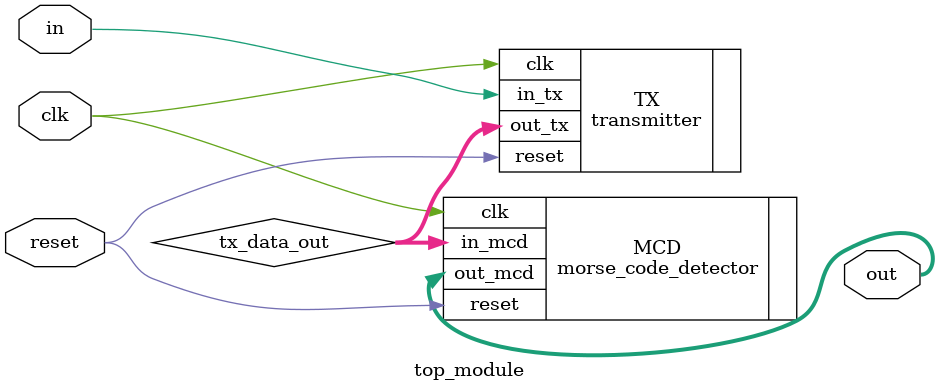
<source format=v>
module top_module(
input in, clk, reset,
output [6:0] out
);
wire [1:0] tx_data_out;
// instentiation of transmitter
transmitter TX (
.clk(clk),
.reset(reset),
.in_tx(in),
.out_tx(tx_data_out)
);

// instentiation of morse code detector
morse_code_detector MCD (
.clk(clk),
.reset(reset),
.in_mcd(tx_data_out),
.out_mcd(out)
);
endmodule
</source>
